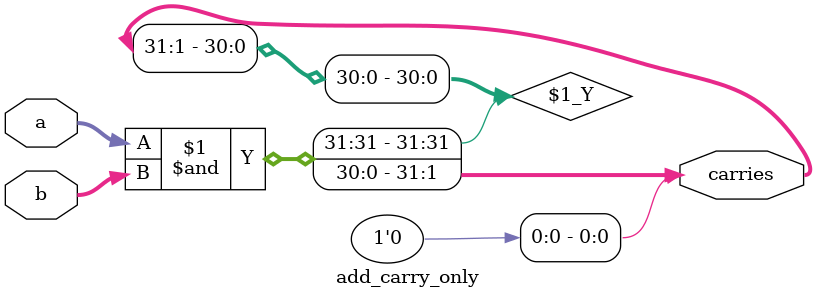
<source format=v>

module add_carry_only (
    input [31:0] a,
    input [31:0] b,
    output [31:0] carries
);

    // Your code here

    assign carries = (a & b)<<1;
endmodule

</source>
